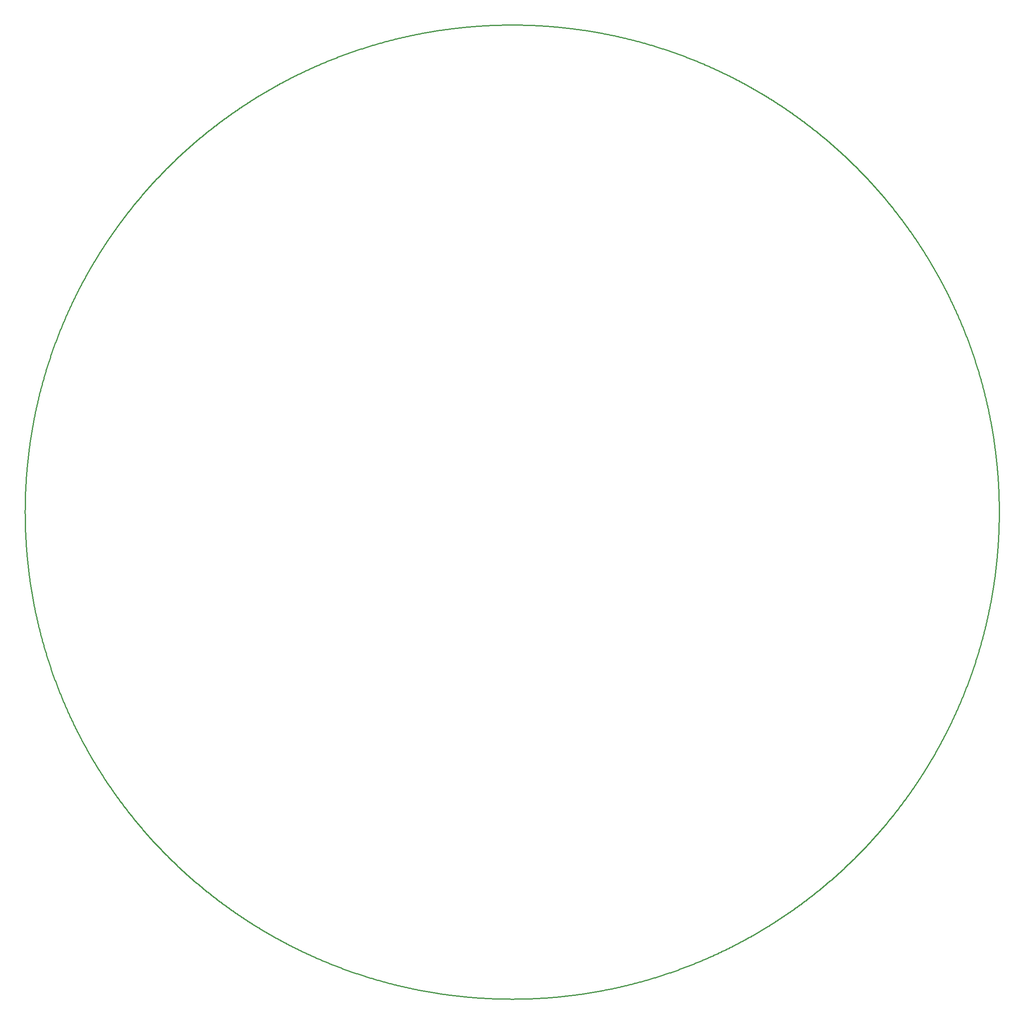
<source format=gko>
%FSLAX44Y44*%
%MOMM*%
G71*
G01*
G75*
G04 Layer_Color=16711935*
%ADD10C,0.2540*%
D10*
X2159000Y1168400D02*
X2158997Y1170939D01*
X2158987Y1173479D01*
X2158971Y1176018D01*
X2158948Y1178558D01*
X2158919Y1181097D01*
X2158884Y1183636D01*
X2158842Y1186176D01*
X2158793Y1188715D01*
X2158738Y1191254D01*
X2158677Y1193792D01*
X2158609Y1196331D01*
X2158535Y1198869D01*
X2158454Y1201407D01*
X2158367Y1203945D01*
X2158273Y1206483D01*
X2158173Y1209021D01*
X2158066Y1211558D01*
X2157953Y1214095D01*
X2157833Y1216632D01*
X2157707Y1219168D01*
X2157575Y1221704D01*
X2157436Y1224240D01*
X2157290Y1226775D01*
X2157139Y1229310D01*
X2156980Y1231845D01*
X2156815Y1234379D01*
X2156644Y1236912D01*
X2156467Y1239446D01*
X2156283Y1241979D01*
X2156092Y1244511D01*
X2155895Y1247043D01*
X2155692Y1249574D01*
X2155482Y1252105D01*
X2155265Y1254635D01*
X2155043Y1257165D01*
X2154814Y1259694D01*
X2154578Y1262222D01*
X2154336Y1264750D01*
X2154087Y1267278D01*
X2153832Y1269804D01*
X2153571Y1272330D01*
X2153303Y1274856D01*
X2153029Y1277380D01*
X2152748Y1279904D01*
X2152461Y1282428D01*
X2152168Y1284950D01*
X2151868Y1287472D01*
X2151561Y1289993D01*
X2151249Y1292513D01*
X2150929Y1295032D01*
X2150604Y1297551D01*
X2150272Y1300068D01*
X2149933Y1302585D01*
X2149589Y1305101D01*
X2149237Y1307616D01*
X2148880Y1310130D01*
X2148516Y1312644D01*
X2148145Y1315156D01*
X2147769Y1317667D01*
X2147385Y1320178D01*
X2146996Y1322687D01*
X2146600Y1325196D01*
X2146197Y1327703D01*
X2145789Y1330210D01*
X2145373Y1332715D01*
X2144952Y1335219D01*
X2144524Y1337722D01*
X2144090Y1340224D01*
X2143649Y1342725D01*
X2143202Y1345225D01*
X2142749Y1347724D01*
X2142289Y1350222D01*
X2141823Y1352718D01*
X2141351Y1355213D01*
X2140872Y1357707D01*
X2140387Y1360200D01*
X2139895Y1362691D01*
X2139397Y1365181D01*
X2138893Y1367670D01*
X2138383Y1370158D01*
X2137866Y1372644D01*
X2137343Y1375130D01*
X2136813Y1377613D01*
X2136277Y1380096D01*
X2135735Y1382576D01*
X2135187Y1385056D01*
X2134632Y1387534D01*
X2134071Y1390011D01*
X2133504Y1392486D01*
X2132930Y1394960D01*
X2132350Y1397433D01*
X2131764Y1399903D01*
X2131172Y1402373D01*
X2130573Y1404841D01*
X2129968Y1407307D01*
X2129356Y1409772D01*
X2128739Y1412235D01*
X2128115Y1414697D01*
X2127485Y1417157D01*
X2126848Y1419615D01*
X2126205Y1422072D01*
X2125556Y1424527D01*
X2124901Y1426981D01*
X2124240Y1429433D01*
X2123572Y1431883D01*
X2122898Y1434331D01*
X2122218Y1436778D01*
X2121532Y1439223D01*
X2120839Y1441666D01*
X2120140Y1444108D01*
X2119435Y1446547D01*
X2118724Y1448985D01*
X2118007Y1451421D01*
X2117283Y1453855D01*
X2116553Y1456288D01*
X2115817Y1458718D01*
X2115075Y1461147D01*
X2114327Y1463574D01*
X2113572Y1465998D01*
X2112811Y1468421D01*
X2112045Y1470842D01*
X2111272Y1473261D01*
X2110492Y1475678D01*
X2109707Y1478093D01*
X2108915Y1480506D01*
X2108118Y1482917D01*
X2107314Y1485326D01*
X2106504Y1487733D01*
X2105688Y1490138D01*
X2104866Y1492540D01*
X2104038Y1494941D01*
X2103203Y1497339D01*
X2102363Y1499736D01*
X2101516Y1502130D01*
X2100663Y1504522D01*
X2099805Y1506912D01*
X2098940Y1509300D01*
X2098069Y1511685D01*
X2097192Y1514068D01*
X2096309Y1516449D01*
X2095420Y1518828D01*
X2094525Y1521205D01*
X2093624Y1523579D01*
X2092716Y1525951D01*
X2091803Y1528320D01*
X2090884Y1530688D01*
X2089958Y1533053D01*
X2089027Y1535415D01*
X2088090Y1537775D01*
X2087146Y1540133D01*
X2086197Y1542488D01*
X2085241Y1544841D01*
X2084280Y1547192D01*
X2083313Y1549540D01*
X2082339Y1551885D01*
X2081360Y1554228D01*
X2080375Y1556569D01*
X2079384Y1558907D01*
X2078387Y1561243D01*
X2077384Y1563575D01*
X2076375Y1565906D01*
X2075359Y1568234D01*
X2074339Y1570559D01*
X2073312Y1572882D01*
X2072279Y1575202D01*
X2071241Y1577519D01*
X2070196Y1579834D01*
X2069146Y1582146D01*
X2068089Y1584455D01*
X2067027Y1586762D01*
X2065959Y1589066D01*
X2064885Y1591367D01*
X2063806Y1593666D01*
X2062720Y1595961D01*
X2061629Y1598254D01*
X2060531Y1600545D01*
X2059428Y1602832D01*
X2058319Y1605117D01*
X2057205Y1607398D01*
X2056084Y1609677D01*
X2054958Y1611953D01*
X2053826Y1614226D01*
X2052688Y1616497D01*
X2051544Y1618764D01*
X2050395Y1621028D01*
X2049239Y1623290D01*
X2048078Y1625549D01*
X2046912Y1627804D01*
X2045739Y1630057D01*
X2044561Y1632307D01*
X2043377Y1634553D01*
X2042188Y1636797D01*
X2040992Y1639037D01*
X2039791Y1641275D01*
X2038585Y1643509D01*
X2037372Y1645741D01*
X2036154Y1647969D01*
X2034930Y1650194D01*
X2033701Y1652416D01*
X2032466Y1654635D01*
X2031225Y1656851D01*
X2029979Y1659064D01*
X2028727Y1661273D01*
X2027469Y1663479D01*
X2026206Y1665682D01*
X2024937Y1667882D01*
X2023663Y1670078D01*
X2022383Y1672272D01*
X2021097Y1674462D01*
X2019806Y1676649D01*
X2018510Y1678832D01*
X2017207Y1681012D01*
X2015899Y1683189D01*
X2014586Y1685363D01*
X2013267Y1687533D01*
X2011943Y1689700D01*
X2010613Y1691863D01*
X2009277Y1694023D01*
X2007937Y1696180D01*
X2006590Y1698333D01*
X2005238Y1700482D01*
X2003881Y1702629D01*
X2002518Y1704772D01*
X2001150Y1706911D01*
X1999776Y1709047D01*
X1998397Y1711179D01*
X1997013Y1713308D01*
X1995623Y1715434D01*
X1994227Y1717555D01*
X1992827Y1719673D01*
X1991420Y1721788D01*
X1990009Y1723899D01*
X1988592Y1726007D01*
X1987170Y1728111D01*
X1985742Y1730211D01*
X1984309Y1732307D01*
X1982871Y1734400D01*
X1981427Y1736489D01*
X1979978Y1738575D01*
X1978524Y1740657D01*
X1977065Y1742735D01*
X1975600Y1744810D01*
X1974130Y1746880D01*
X1972654Y1748947D01*
X1971174Y1751010D01*
X1969688Y1753070D01*
X1968197Y1755125D01*
X1966700Y1757177D01*
X1965199Y1759225D01*
X1963692Y1761269D01*
X1962180Y1763310D01*
X1960663Y1765346D01*
X1959141Y1767379D01*
X1957613Y1769408D01*
X1956080Y1771432D01*
X1954543Y1773453D01*
X1953000Y1775470D01*
X1951452Y1777483D01*
X1949899Y1779492D01*
X1948340Y1781498D01*
X1946777Y1783499D01*
X1945208Y1785496D01*
X1943635Y1787489D01*
X1942056Y1789478D01*
X1940472Y1791464D01*
X1938884Y1793445D01*
X1937290Y1795422D01*
X1935691Y1797395D01*
X1934087Y1799364D01*
X1932478Y1801329D01*
X1930865Y1803289D01*
X1929246Y1805246D01*
X1927622Y1807198D01*
X1925993Y1809147D01*
X1924359Y1811091D01*
X1922721Y1813031D01*
X1921077Y1814967D01*
X1919429Y1816899D01*
X1917775Y1818826D01*
X1916117Y1820749D01*
X1914454Y1822668D01*
X1912786Y1824583D01*
X1911113Y1826494D01*
X1909435Y1828400D01*
X1907752Y1830302D01*
X1906065Y1832200D01*
X1904372Y1834093D01*
X1902675Y1835982D01*
X1900973Y1837867D01*
X1899266Y1839747D01*
X1897555Y1841623D01*
X1895838Y1843495D01*
X1894117Y1845362D01*
X1892392Y1847225D01*
X1890661Y1849084D01*
X1888926Y1850938D01*
X1887186Y1852788D01*
X1885441Y1854633D01*
X1883692Y1856474D01*
X1881938Y1858310D01*
X1880179Y1860142D01*
X1878416Y1861969D01*
X1876647Y1863792D01*
X1874875Y1865611D01*
X1873097Y1867424D01*
X1871315Y1869234D01*
X1869529Y1871039D01*
X1867738Y1872839D01*
X1865942Y1874635D01*
X1864142Y1876426D01*
X1862337Y1878212D01*
X1860528Y1879994D01*
X1858714Y1881772D01*
X1856896Y1883544D01*
X1855073Y1885312D01*
X1853245Y1887076D01*
X1851413Y1888834D01*
X1849577Y1890589D01*
X1847736Y1892338D01*
X1845891Y1894083D01*
X1844041Y1895823D01*
X1842187Y1897558D01*
X1840329Y1899288D01*
X1838466Y1901014D01*
X1836598Y1902735D01*
X1834727Y1904452D01*
X1832851Y1906163D01*
X1830970Y1907870D01*
X1829086Y1909572D01*
X1827196Y1911269D01*
X1825303Y1912961D01*
X1823405Y1914649D01*
X1821503Y1916332D01*
X1819597Y1918009D01*
X1817687Y1919682D01*
X1815772Y1921351D01*
X1813853Y1923014D01*
X1811929Y1924672D01*
X1810002Y1926326D01*
X1808070Y1927974D01*
X1806135Y1929618D01*
X1804194Y1931257D01*
X1802250Y1932890D01*
X1800302Y1934519D01*
X1798349Y1936143D01*
X1796393Y1937762D01*
X1794432Y1939375D01*
X1792467Y1940984D01*
X1790498Y1942588D01*
X1788525Y1944187D01*
X1786548Y1945781D01*
X1784567Y1947370D01*
X1782582Y1948953D01*
X1780593Y1950532D01*
X1778600Y1952106D01*
X1776602Y1953674D01*
X1774601Y1955237D01*
X1772596Y1956796D01*
X1770587Y1958349D01*
X1768574Y1959897D01*
X1766557Y1961440D01*
X1764536Y1962978D01*
X1762511Y1964510D01*
X1760482Y1966038D01*
X1758450Y1967560D01*
X1756413Y1969077D01*
X1754373Y1970589D01*
X1752329Y1972096D01*
X1750281Y1973598D01*
X1748229Y1975094D01*
X1746174Y1976585D01*
X1744114Y1978071D01*
X1742051Y1979552D01*
X1739984Y1981027D01*
X1737913Y1982497D01*
X1735839Y1983962D01*
X1733761Y1985421D01*
X1731679Y1986876D01*
X1729593Y1988325D01*
X1727504Y1989768D01*
X1725411Y1991207D01*
X1723315Y1992639D01*
X1721214Y1994067D01*
X1719111Y1995489D01*
X1717003Y1996906D01*
X1714892Y1998318D01*
X1712777Y1999724D01*
X1710659Y2001125D01*
X1708537Y2002520D01*
X1706412Y2003910D01*
X1704283Y2005295D01*
X1702151Y2006674D01*
X1700015Y2008047D01*
X1697876Y2009416D01*
X1695733Y2010779D01*
X1693586Y2012136D01*
X1691437Y2013488D01*
X1689283Y2014834D01*
X1687127Y2016175D01*
X1684967Y2017511D01*
X1682803Y2018840D01*
X1680637Y2020165D01*
X1678467Y2021484D01*
X1676293Y2022797D01*
X1674116Y2024105D01*
X1671936Y2025407D01*
X1669753Y2026704D01*
X1667566Y2027995D01*
X1665376Y2029281D01*
X1663183Y2030561D01*
X1660986Y2031835D01*
X1658786Y2033104D01*
X1656583Y2034367D01*
X1654377Y2035625D01*
X1652168Y2036877D01*
X1649955Y2038123D01*
X1647739Y2039364D01*
X1645520Y2040599D01*
X1643298Y2041828D01*
X1641073Y2043052D01*
X1638845Y2044270D01*
X1636613Y2045482D01*
X1634379Y2046689D01*
X1632141Y2047890D01*
X1629901Y2049086D01*
X1627657Y2050275D01*
X1625411Y2051459D01*
X1623161Y2052637D01*
X1620908Y2053810D01*
X1618653Y2054976D01*
X1616394Y2056137D01*
X1614133Y2057292D01*
X1611868Y2058442D01*
X1609601Y2059586D01*
X1607331Y2060724D01*
X1605057Y2061856D01*
X1602781Y2062982D01*
X1600502Y2064103D01*
X1598221Y2065217D01*
X1595936Y2066326D01*
X1593649Y2067429D01*
X1591359Y2068527D01*
X1589066Y2069618D01*
X1586770Y2070704D01*
X1584471Y2071783D01*
X1582170Y2072857D01*
X1579866Y2073925D01*
X1577559Y2074987D01*
X1575250Y2076044D01*
X1572938Y2077094D01*
X1570623Y2078139D01*
X1568306Y2079177D01*
X1565986Y2080210D01*
X1563663Y2081237D01*
X1561338Y2082258D01*
X1559010Y2083273D01*
X1556680Y2084282D01*
X1554347Y2085285D01*
X1552011Y2086282D01*
X1549673Y2087273D01*
X1547333Y2088258D01*
X1544989Y2089238D01*
X1542644Y2090211D01*
X1540296Y2091178D01*
X1537946Y2092140D01*
X1535593Y2093095D01*
X1533237Y2094044D01*
X1530880Y2094988D01*
X1528519Y2095925D01*
X1526157Y2096857D01*
X1523792Y2097782D01*
X1521425Y2098701D01*
X1519055Y2099615D01*
X1516683Y2100522D01*
X1514309Y2101423D01*
X1511933Y2102318D01*
X1509554Y2103207D01*
X1507173Y2104090D01*
X1504789Y2104967D01*
X1502404Y2105838D01*
X1500016Y2106703D01*
X1497626Y2107562D01*
X1495235Y2108415D01*
X1492840Y2109261D01*
X1490444Y2110102D01*
X1488045Y2110936D01*
X1485645Y2111764D01*
X1483242Y2112587D01*
X1480837Y2113403D01*
X1478430Y2114212D01*
X1476022Y2115016D01*
X1473611Y2115814D01*
X1471198Y2116606D01*
X1468783Y2117391D01*
X1466366Y2118170D01*
X1463947Y2118943D01*
X1461526Y2119710D01*
X1459103Y2120471D01*
X1456678Y2121225D01*
X1454251Y2121974D01*
X1451823Y2122716D01*
X1449392Y2123452D01*
X1446960Y2124182D01*
X1444526Y2124906D01*
X1442090Y2125623D01*
X1439652Y2126334D01*
X1437212Y2127039D01*
X1434771Y2127738D01*
X1432328Y2128431D01*
X1429883Y2129117D01*
X1427436Y2129797D01*
X1424987Y2130471D01*
X1422537Y2131139D01*
X1420085Y2131800D01*
X1417632Y2132455D01*
X1415177Y2133104D01*
X1412720Y2133747D01*
X1410262Y2134383D01*
X1407802Y2135014D01*
X1405340Y2135638D01*
X1402877Y2136255D01*
X1400412Y2136866D01*
X1397946Y2137472D01*
X1395478Y2138070D01*
X1393008Y2138663D01*
X1390537Y2139249D01*
X1388065Y2139829D01*
X1385591Y2140403D01*
X1383116Y2140970D01*
X1380639Y2141531D01*
X1378161Y2142086D01*
X1375681Y2142634D01*
X1373200Y2143177D01*
X1370718Y2143712D01*
X1368234Y2144242D01*
X1365749Y2144765D01*
X1363263Y2145282D01*
X1360775Y2145792D01*
X1358286Y2146296D01*
X1355796Y2146794D01*
X1353305Y2147286D01*
X1350812Y2147771D01*
X1348318Y2148250D01*
X1345823Y2148722D01*
X1343327Y2149188D01*
X1340829Y2149648D01*
X1338331Y2150101D01*
X1335831Y2150548D01*
X1333330Y2150989D01*
X1330828Y2151423D01*
X1328324Y2151851D01*
X1325820Y2152272D01*
X1323315Y2152688D01*
X1320809Y2153096D01*
X1318301Y2153499D01*
X1315793Y2153895D01*
X1313283Y2154284D01*
X1310773Y2154668D01*
X1308262Y2155045D01*
X1305749Y2155415D01*
X1303236Y2155779D01*
X1300722Y2156137D01*
X1298207Y2156488D01*
X1295691Y2156833D01*
X1293174Y2157171D01*
X1290656Y2157503D01*
X1288138Y2157829D01*
X1285618Y2158148D01*
X1283098Y2158461D01*
X1280577Y2158767D01*
X1278055Y2159067D01*
X1275533Y2159361D01*
X1273010Y2159648D01*
X1270486Y2159928D01*
X1267961Y2160202D01*
X1265436Y2160470D01*
X1262910Y2160732D01*
X1260383Y2160987D01*
X1257856Y2161235D01*
X1255328Y2161477D01*
X1252800Y2161713D01*
X1250270Y2161942D01*
X1247741Y2162165D01*
X1245210Y2162381D01*
X1242680Y2162591D01*
X1240148Y2162795D01*
X1237617Y2162992D01*
X1235084Y2163182D01*
X1232551Y2163366D01*
X1230018Y2163544D01*
X1227485Y2163715D01*
X1224950Y2163880D01*
X1222416Y2164038D01*
X1219881Y2164190D01*
X1217346Y2164335D01*
X1214810Y2164474D01*
X1212274Y2164607D01*
X1209737Y2164733D01*
X1207201Y2164853D01*
X1204664Y2164966D01*
X1202127Y2165072D01*
X1199589Y2165172D01*
X1197051Y2165266D01*
X1194513Y2165354D01*
X1191975Y2165434D01*
X1189437Y2165509D01*
X1186898Y2165577D01*
X1184360Y2165638D01*
X1181821Y2165693D01*
X1179281Y2165741D01*
X1176742Y2165784D01*
X1174203Y2165819D01*
X1171664Y2165848D01*
X1169125Y2165871D01*
X1166585Y2165887D01*
X1164046Y2165897D01*
X1161506Y2165900D01*
X1158967Y2165897D01*
X1156427Y2165887D01*
X1153888Y2165871D01*
X1151348Y2165848D01*
X1148809Y2165819D01*
X1146270Y2165784D01*
X1143731Y2165742D01*
X1141192Y2165693D01*
X1138653Y2165638D01*
X1136114Y2165577D01*
X1133575Y2165509D01*
X1131037Y2165435D01*
X1128499Y2165354D01*
X1125961Y2165267D01*
X1123423Y2165173D01*
X1120886Y2165073D01*
X1118348Y2164966D01*
X1115811Y2164853D01*
X1113275Y2164734D01*
X1110738Y2164608D01*
X1108202Y2164475D01*
X1105667Y2164336D01*
X1103131Y2164191D01*
X1100596Y2164039D01*
X1098062Y2163881D01*
X1095528Y2163716D01*
X1092994Y2163545D01*
X1090461Y2163367D01*
X1087928Y2163183D01*
X1085396Y2162993D01*
X1082864Y2162796D01*
X1080332Y2162592D01*
X1077802Y2162382D01*
X1075271Y2162166D01*
X1072742Y2161943D01*
X1070213Y2161714D01*
X1067684Y2161478D01*
X1065156Y2161236D01*
X1062629Y2160988D01*
X1060102Y2160733D01*
X1057576Y2160472D01*
X1055051Y2160204D01*
X1052526Y2159930D01*
X1050002Y2159649D01*
X1047479Y2159362D01*
X1044957Y2159068D01*
X1042435Y2158768D01*
X1039914Y2158462D01*
X1037394Y2158149D01*
X1034874Y2157830D01*
X1032356Y2157505D01*
X1029838Y2157173D01*
X1027321Y2156834D01*
X1024805Y2156490D01*
X1022290Y2156138D01*
X1019776Y2155781D01*
X1017263Y2155417D01*
X1014751Y2155046D01*
X1012239Y2154669D01*
X1009729Y2154286D01*
X1007219Y2153897D01*
X1004711Y2153501D01*
X1002204Y2153098D01*
X999697Y2152690D01*
X997192Y2152274D01*
X994688Y2151853D01*
X992184Y2151425D01*
X989682Y2150991D01*
X987181Y2150550D01*
X984681Y2150103D01*
X982183Y2149650D01*
X979685Y2149190D01*
X977189Y2148724D01*
X974694Y2148252D01*
X972200Y2147773D01*
X969707Y2147288D01*
X967216Y2146797D01*
X964725Y2146299D01*
X962236Y2145795D01*
X959749Y2145284D01*
X957262Y2144767D01*
X954778Y2144244D01*
X952294Y2143715D01*
X949811Y2143179D01*
X947330Y2142637D01*
X944851Y2142089D01*
X942373Y2141534D01*
X939896Y2140973D01*
X937421Y2140405D01*
X934947Y2139832D01*
X932475Y2139252D01*
X930004Y2138666D01*
X927534Y2138073D01*
X925066Y2137475D01*
X922600Y2136869D01*
X920135Y2136258D01*
X917672Y2135641D01*
X915210Y2135017D01*
X912750Y2134386D01*
X910292Y2133750D01*
X907835Y2133107D01*
X905380Y2132458D01*
X902926Y2131803D01*
X900474Y2131142D01*
X898024Y2130474D01*
X895576Y2129800D01*
X893129Y2129120D01*
X890684Y2128434D01*
X888241Y2127741D01*
X885799Y2127043D01*
X883360Y2126338D01*
X880922Y2125626D01*
X878486Y2124909D01*
X876052Y2124185D01*
X873619Y2123456D01*
X871189Y2122720D01*
X868760Y2121977D01*
X866334Y2121229D01*
X863909Y2120474D01*
X861486Y2119714D01*
X859065Y2118947D01*
X856646Y2118174D01*
X854229Y2117395D01*
X851814Y2116609D01*
X849401Y2115818D01*
X846990Y2115020D01*
X844581Y2114216D01*
X842174Y2113407D01*
X839769Y2112590D01*
X837367Y2111768D01*
X834966Y2110940D01*
X832568Y2110106D01*
X830171Y2109265D01*
X827777Y2108419D01*
X825385Y2107566D01*
X822995Y2106707D01*
X820607Y2105842D01*
X818222Y2104972D01*
X815839Y2104095D01*
X813458Y2103212D01*
X811079Y2102323D01*
X808702Y2101427D01*
X806328Y2100526D01*
X803956Y2099619D01*
X801587Y2098706D01*
X799220Y2097786D01*
X796854Y2096861D01*
X794492Y2095930D01*
X792132Y2094992D01*
X789774Y2094049D01*
X787419Y2093100D01*
X785066Y2092144D01*
X782715Y2091183D01*
X780367Y2090216D01*
X778022Y2089242D01*
X775679Y2088263D01*
X773338Y2087278D01*
X771000Y2086287D01*
X768664Y2085290D01*
X766331Y2084286D01*
X764001Y2083277D01*
X761673Y2082263D01*
X759348Y2081242D01*
X757025Y2080215D01*
X754705Y2079182D01*
X752388Y2078144D01*
X750073Y2077099D01*
X747761Y2076049D01*
X745452Y2074993D01*
X743145Y2073930D01*
X740841Y2072862D01*
X738540Y2071788D01*
X736241Y2070709D01*
X733945Y2069623D01*
X731652Y2068532D01*
X729362Y2067435D01*
X727075Y2066332D01*
X724790Y2065223D01*
X722508Y2064108D01*
X720230Y2062987D01*
X717953Y2061861D01*
X715680Y2060729D01*
X713410Y2059591D01*
X711143Y2058448D01*
X708878Y2057298D01*
X706617Y2056143D01*
X704358Y2054982D01*
X702103Y2053815D01*
X699850Y2052643D01*
X697600Y2051465D01*
X695353Y2050281D01*
X693110Y2049091D01*
X690869Y2047896D01*
X688632Y2046695D01*
X686397Y2045488D01*
X684166Y2044276D01*
X681938Y2043058D01*
X679713Y2041834D01*
X677490Y2040605D01*
X675271Y2039370D01*
X673056Y2038129D01*
X670843Y2036883D01*
X668634Y2035631D01*
X666427Y2034373D01*
X664224Y2033110D01*
X662025Y2031841D01*
X659828Y2030567D01*
X657635Y2029287D01*
X655445Y2028001D01*
X653258Y2026710D01*
X651074Y2025413D01*
X648894Y2024111D01*
X646717Y2022803D01*
X644544Y2021490D01*
X642374Y2020171D01*
X640207Y2018847D01*
X638044Y2017517D01*
X635883Y2016181D01*
X633727Y2014841D01*
X631574Y2013494D01*
X629424Y2012142D01*
X627277Y2010785D01*
X625135Y2009422D01*
X622995Y2008054D01*
X620859Y2006680D01*
X618727Y2005301D01*
X616598Y2003917D01*
X614473Y2002527D01*
X612351Y2001131D01*
X610233Y1999731D01*
X608118Y1998325D01*
X606007Y1996913D01*
X603900Y1995496D01*
X601796Y1994074D01*
X599696Y1992646D01*
X597599Y1991213D01*
X595506Y1989775D01*
X593417Y1988332D01*
X591331Y1986883D01*
X589249Y1985428D01*
X587171Y1983969D01*
X585097Y1982504D01*
X583026Y1981034D01*
X580959Y1979559D01*
X578896Y1978078D01*
X576836Y1976592D01*
X574781Y1975101D01*
X572729Y1973605D01*
X570681Y1972103D01*
X568637Y1970597D01*
X566596Y1969085D01*
X564560Y1967567D01*
X562527Y1966045D01*
X560499Y1964518D01*
X558474Y1962985D01*
X556453Y1961447D01*
X554436Y1959904D01*
X552423Y1958356D01*
X550414Y1956803D01*
X548408Y1955245D01*
X546407Y1953681D01*
X544410Y1952113D01*
X542416Y1950539D01*
X540427Y1948961D01*
X538442Y1947377D01*
X536461Y1945788D01*
X534483Y1944194D01*
X532510Y1942595D01*
X530541Y1940991D01*
X528576Y1939382D01*
X526615Y1937769D01*
X524659Y1936150D01*
X522706Y1934526D01*
X520758Y1932897D01*
X518813Y1931263D01*
X516873Y1929624D01*
X514937Y1927981D01*
X513005Y1926332D01*
X511078Y1924678D01*
X509154Y1923020D01*
X507235Y1921357D01*
X505320Y1919689D01*
X503410Y1918016D01*
X501503Y1916338D01*
X499601Y1914655D01*
X497704Y1912967D01*
X495810Y1911275D01*
X493921Y1909578D01*
X492036Y1907876D01*
X490155Y1906169D01*
X488279Y1904457D01*
X486407Y1902741D01*
X484540Y1901020D01*
X482677Y1899294D01*
X480818Y1897563D01*
X478964Y1895828D01*
X477114Y1894088D01*
X475269Y1892343D01*
X473428Y1890593D01*
X471592Y1888839D01*
X469760Y1887080D01*
X467932Y1885317D01*
X466109Y1883549D01*
X464291Y1881776D01*
X462477Y1879999D01*
X460667Y1878217D01*
X458862Y1876430D01*
X457062Y1874639D01*
X455266Y1872843D01*
X453475Y1871043D01*
X451688Y1869238D01*
X449906Y1867428D01*
X448129Y1865614D01*
X446356Y1863796D01*
X444588Y1861973D01*
X442824Y1860145D01*
X441066Y1858313D01*
X439311Y1856477D01*
X437562Y1854636D01*
X435817Y1852791D01*
X434077Y1850941D01*
X432342Y1849087D01*
X430611Y1847228D01*
X428885Y1845365D01*
X427164Y1843498D01*
X425448Y1841626D01*
X423736Y1839750D01*
X422029Y1837869D01*
X420327Y1835984D01*
X418630Y1834095D01*
X416937Y1832202D01*
X415250Y1830304D01*
X413567Y1828402D01*
X411889Y1826495D01*
X410216Y1824585D01*
X408548Y1822670D01*
X406884Y1820751D01*
X405226Y1818828D01*
X403572Y1816900D01*
X401924Y1814968D01*
X400280Y1813032D01*
X398641Y1811092D01*
X397008Y1809148D01*
X395379Y1807199D01*
X393755Y1805247D01*
X392136Y1803290D01*
X390522Y1801329D01*
X388913Y1799364D01*
X387309Y1797395D01*
X385710Y1795422D01*
X384116Y1793445D01*
X382528Y1791464D01*
X380944Y1789478D01*
X379365Y1787489D01*
X377791Y1785496D01*
X376223Y1783498D01*
X374659Y1781497D01*
X373101Y1779492D01*
X371548Y1777483D01*
X370000Y1775469D01*
X368456Y1773452D01*
X366919Y1771431D01*
X365386Y1769406D01*
X363858Y1767377D01*
X362336Y1765345D01*
X360819Y1763308D01*
X359307Y1761268D01*
X357800Y1759223D01*
X356298Y1757175D01*
X354802Y1755123D01*
X353311Y1753068D01*
X351825Y1751008D01*
X350344Y1748945D01*
X348869Y1746878D01*
X347398Y1744807D01*
X345934Y1742732D01*
X344474Y1740654D01*
X343020Y1738572D01*
X341571Y1736487D01*
X340127Y1734397D01*
X338689Y1732304D01*
X337256Y1730207D01*
X335828Y1728107D01*
X334406Y1726003D01*
X332989Y1723896D01*
X331577Y1721784D01*
X330171Y1719670D01*
X328770Y1717551D01*
X327375Y1715429D01*
X325985Y1713304D01*
X324600Y1711175D01*
X323221Y1709043D01*
X321847Y1706906D01*
X320479Y1704767D01*
X319116Y1702624D01*
X317759Y1700478D01*
X316407Y1698328D01*
X315060Y1696174D01*
X313719Y1694018D01*
X312384Y1691858D01*
X311054Y1689694D01*
X309729Y1687527D01*
X308410Y1685357D01*
X307097Y1683183D01*
X305789Y1681006D01*
X304487Y1678826D01*
X303190Y1676642D01*
X301899Y1674456D01*
X300613Y1672265D01*
X299333Y1670072D01*
X298059Y1667875D01*
X296790Y1665675D01*
X295527Y1663472D01*
X294269Y1661266D01*
X293017Y1659056D01*
X291771Y1656844D01*
X290530Y1654628D01*
X289295Y1652409D01*
X288065Y1650186D01*
X286842Y1647961D01*
X285623Y1645733D01*
X284411Y1643501D01*
X283204Y1641266D01*
X282003Y1639029D01*
X280808Y1636788D01*
X279618Y1634545D01*
X278434Y1632298D01*
X277256Y1630048D01*
X276084Y1627795D01*
X274917Y1625539D01*
X273756Y1623281D01*
X272600Y1621019D01*
X271451Y1618754D01*
X270307Y1616487D01*
X269169Y1614217D01*
X268037Y1611943D01*
X266911Y1609667D01*
X265790Y1607388D01*
X264676Y1605106D01*
X263567Y1602822D01*
X262463Y1600534D01*
X261366Y1598244D01*
X260275Y1595950D01*
X259189Y1593655D01*
X258109Y1591356D01*
X257036Y1589055D01*
X255968Y1586750D01*
X254905Y1584444D01*
X253849Y1582134D01*
X252799Y1579822D01*
X251754Y1577507D01*
X250715Y1575190D01*
X249683Y1572869D01*
X248656Y1570547D01*
X247635Y1568221D01*
X246620Y1565893D01*
X245611Y1563563D01*
X244608Y1561230D01*
X243611Y1558894D01*
X242619Y1556556D01*
X241634Y1554215D01*
X240655Y1551872D01*
X239682Y1549526D01*
X238714Y1547178D01*
X237753Y1544827D01*
X236798Y1542474D01*
X235848Y1540119D01*
X234905Y1537761D01*
X233967Y1535401D01*
X233036Y1533038D01*
X232111Y1530673D01*
X231191Y1528306D01*
X230278Y1525936D01*
X229371Y1523564D01*
X228470Y1521189D01*
X227574Y1518813D01*
X226685Y1516434D01*
X225802Y1514053D01*
X224925Y1511669D01*
X224054Y1509284D01*
X223189Y1506896D01*
X222331Y1504506D01*
X221478Y1502114D01*
X220631Y1499719D01*
X219791Y1497323D01*
X218957Y1494924D01*
X218128Y1492523D01*
X217306Y1490121D01*
X216490Y1487716D01*
X215680Y1485309D01*
X214876Y1482900D01*
X214079Y1480488D01*
X213287Y1478075D01*
X212502Y1475660D01*
X211723Y1473243D01*
X210950Y1470824D01*
X210183Y1468403D01*
X209422Y1465980D01*
X208668Y1463555D01*
X207919Y1461128D01*
X207177Y1458699D01*
X206441Y1456269D01*
X205711Y1453836D01*
X204988Y1451402D01*
X204270Y1448966D01*
X203559Y1446528D01*
X202854Y1444088D01*
X202155Y1441646D01*
X201462Y1439203D01*
X200776Y1436758D01*
X200096Y1434311D01*
X199422Y1431862D01*
X198755Y1429412D01*
X198093Y1426960D01*
X197438Y1424507D01*
X196789Y1422051D01*
X196146Y1419594D01*
X195510Y1417136D01*
X194880Y1414675D01*
X194256Y1412214D01*
X193638Y1409750D01*
X193027Y1407285D01*
X192422Y1404819D01*
X191823Y1402351D01*
X191231Y1399881D01*
X190644Y1397410D01*
X190065Y1394938D01*
X189491Y1392464D01*
X188924Y1389988D01*
X188363Y1387511D01*
X187808Y1385033D01*
X187260Y1382554D01*
X186717Y1380072D01*
X186182Y1377590D01*
X185652Y1375106D01*
X185129Y1372621D01*
X184612Y1370134D01*
X184102Y1367647D01*
X183598Y1365158D01*
X183100Y1362667D01*
X182609Y1360176D01*
X182124Y1357683D01*
X181645Y1355189D01*
X181172Y1352693D01*
X180706Y1350197D01*
X180247Y1347699D01*
X179793Y1345200D01*
X179346Y1342700D01*
X178906Y1340199D01*
X178472Y1337697D01*
X178044Y1335194D01*
X177622Y1332689D01*
X177207Y1330184D01*
X176798Y1327677D01*
X176396Y1325170D01*
X176000Y1322661D01*
X175611Y1320152D01*
X175228Y1317641D01*
X174851Y1315130D01*
X174480Y1312617D01*
X174116Y1310104D01*
X173759Y1307590D01*
X173408Y1305074D01*
X173063Y1302558D01*
X172724Y1300041D01*
X172393Y1297523D01*
X172067Y1295005D01*
X171748Y1292485D01*
X171435Y1289965D01*
X171129Y1287444D01*
X170829Y1284922D01*
X170536Y1282399D01*
X170249Y1279876D01*
X169968Y1277352D01*
X169694Y1274827D01*
X169426Y1272302D01*
X169165Y1269776D01*
X168910Y1267249D01*
X168661Y1264721D01*
X168419Y1262193D01*
X168184Y1259665D01*
X167955Y1257135D01*
X167732Y1254606D01*
X167516Y1252075D01*
X167306Y1249544D01*
X167103Y1247013D01*
X166906Y1244481D01*
X166715Y1241948D01*
X166531Y1239415D01*
X166353Y1236882D01*
X166182Y1234348D01*
X166018Y1231814D01*
X165860Y1229279D01*
X165708Y1226744D01*
X165562Y1224209D01*
X165424Y1221673D01*
X165291Y1219137D01*
X165165Y1216600D01*
X165046Y1214063D01*
X164933Y1211526D01*
X164826Y1208989D01*
X164726Y1206451D01*
X164632Y1203913D01*
X164545Y1201375D01*
X164464Y1198837D01*
X164390Y1196298D01*
X164322Y1193760D01*
X164261Y1191221D01*
X164206Y1188682D01*
X164158Y1186143D01*
X164116Y1183603D01*
X164080Y1181064D01*
X164051Y1178525D01*
X164029Y1175985D01*
X164013Y1173446D01*
X164003Y1170906D01*
X164000Y1168366D01*
X164003Y1165827D01*
X164013Y1163287D01*
X164029Y1160748D01*
X164052Y1158208D01*
X164081Y1155668D01*
X164117Y1153129D01*
X164159Y1150590D01*
X164208Y1148051D01*
X164263Y1145512D01*
X164324Y1142973D01*
X164392Y1140434D01*
X164466Y1137896D01*
X164547Y1135357D01*
X164635Y1132819D01*
X164729Y1130281D01*
X164829Y1127744D01*
X164936Y1125206D01*
X165049Y1122669D01*
X165168Y1120132D01*
X165295Y1117596D01*
X165427Y1115060D01*
X165566Y1112524D01*
X165712Y1109988D01*
X165864Y1107453D01*
X166022Y1104919D01*
X166187Y1102384D01*
X166358Y1099851D01*
X166536Y1097317D01*
X166720Y1094784D01*
X166911Y1092252D01*
X167108Y1089720D01*
X167311Y1087188D01*
X167521Y1084658D01*
X167738Y1082127D01*
X167961Y1079597D01*
X168190Y1077068D01*
X168426Y1074539D01*
X168668Y1072011D01*
X168916Y1069484D01*
X169172Y1066957D01*
X169433Y1064431D01*
X169701Y1061906D01*
X169975Y1059381D01*
X170256Y1056857D01*
X170543Y1054334D01*
X170837Y1051811D01*
X171137Y1049289D01*
X171443Y1046768D01*
X171756Y1044248D01*
X172076Y1041728D01*
X172401Y1039210D01*
X172733Y1036692D01*
X173072Y1034175D01*
X173417Y1031659D01*
X173768Y1029144D01*
X174126Y1026629D01*
X174490Y1024116D01*
X174861Y1021604D01*
X175238Y1019092D01*
X175621Y1016582D01*
X176011Y1014072D01*
X176407Y1011563D01*
X176809Y1009056D01*
X177218Y1006550D01*
X177633Y1004044D01*
X178055Y1001540D01*
X178483Y999036D01*
X178918Y996534D01*
X179358Y994033D01*
X179805Y991533D01*
X180259Y989034D01*
X180719Y986537D01*
X181185Y984040D01*
X181657Y981545D01*
X182136Y979051D01*
X182622Y976558D01*
X183113Y974067D01*
X183611Y971576D01*
X184115Y969087D01*
X184626Y966599D01*
X185143Y964113D01*
X185666Y961628D01*
X186196Y959144D01*
X186732Y956662D01*
X187274Y954181D01*
X187822Y951701D01*
X188377Y949223D01*
X188939Y946746D01*
X189506Y944270D01*
X190080Y941796D01*
X190660Y939324D01*
X191246Y936853D01*
X191839Y934383D01*
X192438Y931916D01*
X193043Y929449D01*
X193655Y926984D01*
X194272Y924521D01*
X194896Y922059D01*
X195527Y919599D01*
X196163Y917140D01*
X196806Y914684D01*
X197455Y912228D01*
X198111Y909775D01*
X198772Y907323D01*
X199440Y904873D01*
X200114Y902424D01*
X200794Y899977D01*
X201481Y897532D01*
X202174Y895089D01*
X202873Y892647D01*
X203578Y890207D01*
X204289Y887769D01*
X205007Y885333D01*
X205730Y882899D01*
X206460Y880467D01*
X207197Y878036D01*
X207939Y875607D01*
X208687Y873180D01*
X209442Y870756D01*
X210203Y868333D01*
X210970Y865912D01*
X211743Y863493D01*
X212523Y861076D01*
X213308Y858661D01*
X214100Y856247D01*
X214898Y853836D01*
X215702Y851427D01*
X216512Y849020D01*
X217328Y846616D01*
X218150Y844213D01*
X218979Y841812D01*
X219813Y839414D01*
X220654Y837017D01*
X221500Y834623D01*
X222353Y832231D01*
X223212Y829841D01*
X224077Y827453D01*
X224948Y825067D01*
X225826Y822684D01*
X226709Y820303D01*
X227598Y817924D01*
X228493Y815547D01*
X229395Y813173D01*
X230302Y810801D01*
X231216Y808432D01*
X232135Y806064D01*
X233061Y803699D01*
X233992Y801337D01*
X234930Y798977D01*
X235873Y796619D01*
X236823Y794263D01*
X237778Y791910D01*
X238740Y789560D01*
X239707Y787212D01*
X240681Y784866D01*
X241660Y782523D01*
X242646Y780182D01*
X243637Y777844D01*
X244634Y775508D01*
X245638Y773175D01*
X246647Y770845D01*
X247662Y768517D01*
X248683Y766192D01*
X249710Y763869D01*
X250743Y761549D01*
X251782Y759231D01*
X252826Y756917D01*
X253877Y754604D01*
X254933Y752295D01*
X255996Y749988D01*
X257064Y747684D01*
X258138Y745383D01*
X259218Y743084D01*
X260304Y740789D01*
X261395Y738495D01*
X262493Y736205D01*
X263596Y733918D01*
X264705Y731633D01*
X265820Y729351D01*
X266941Y727072D01*
X268067Y724796D01*
X269200Y722523D01*
X270338Y720253D01*
X271481Y717985D01*
X272631Y715721D01*
X273787Y713459D01*
X274948Y711201D01*
X276115Y708945D01*
X277287Y706692D01*
X278466Y704443D01*
X279650Y702196D01*
X280840Y699952D01*
X282035Y697712D01*
X283236Y695474D01*
X284443Y693240D01*
X285656Y691008D01*
X286874Y688780D01*
X288098Y686554D01*
X289328Y684332D01*
X290563Y682113D01*
X291804Y679898D01*
X293050Y677685D01*
X294302Y675476D01*
X295560Y673269D01*
X296824Y671066D01*
X298092Y668866D01*
X299367Y666670D01*
X300647Y664476D01*
X301933Y662286D01*
X303224Y660100D01*
X304521Y657916D01*
X305824Y655736D01*
X307132Y653559D01*
X308445Y651385D01*
X309764Y649215D01*
X311089Y647048D01*
X312419Y644885D01*
X313755Y642725D01*
X315096Y640568D01*
X316442Y638415D01*
X317794Y636265D01*
X319152Y634119D01*
X320515Y631976D01*
X321884Y629837D01*
X323257Y627701D01*
X324637Y625568D01*
X326021Y623440D01*
X327412Y621314D01*
X328807Y619192D01*
X330208Y617074D01*
X331614Y614959D01*
X333026Y612848D01*
X334443Y610741D01*
X335866Y608637D01*
X337294Y606537D01*
X338727Y604440D01*
X340165Y602347D01*
X341609Y600258D01*
X343058Y598172D01*
X344513Y596091D01*
X345972Y594012D01*
X347438Y591938D01*
X348908Y589867D01*
X350383Y587800D01*
X351864Y585737D01*
X353350Y583678D01*
X354841Y581622D01*
X356338Y579570D01*
X357840Y577522D01*
X359347Y575478D01*
X360859Y573438D01*
X362376Y571401D01*
X363899Y569369D01*
X365426Y567340D01*
X366959Y565315D01*
X368497Y563294D01*
X370041Y561277D01*
X371589Y559264D01*
X373142Y557255D01*
X374701Y555250D01*
X376264Y553248D01*
X377833Y551251D01*
X379407Y549258D01*
X380986Y547269D01*
X382570Y545284D01*
X384159Y543303D01*
X385753Y541325D01*
X387352Y539352D01*
X388956Y537384D01*
X390565Y535419D01*
X392179Y533458D01*
X393798Y531501D01*
X395422Y529549D01*
X397051Y527601D01*
X398685Y525656D01*
X400324Y523716D01*
X401968Y521781D01*
X403616Y519849D01*
X405270Y517921D01*
X406928Y515998D01*
X408592Y514079D01*
X410260Y512164D01*
X411934Y510254D01*
X413611Y508348D01*
X415294Y506446D01*
X416982Y504548D01*
X418675Y502655D01*
X420372Y500765D01*
X422074Y498881D01*
X423781Y497000D01*
X425493Y495124D01*
X427210Y493253D01*
X428931Y491385D01*
X430657Y489523D01*
X432388Y487664D01*
X434123Y485810D01*
X435863Y483960D01*
X437608Y482115D01*
X439358Y480274D01*
X441112Y478438D01*
X442871Y476606D01*
X444635Y474779D01*
X446403Y472956D01*
X448176Y471137D01*
X449953Y469324D01*
X451736Y467514D01*
X453522Y465709D01*
X455314Y463909D01*
X457110Y462114D01*
X458910Y460322D01*
X460715Y458536D01*
X462525Y456754D01*
X464339Y454977D01*
X466157Y453204D01*
X467981Y451436D01*
X469808Y449673D01*
X471640Y447914D01*
X473477Y446160D01*
X475318Y444411D01*
X477163Y442666D01*
X479013Y440926D01*
X480868Y439191D01*
X482726Y437460D01*
X484590Y435735D01*
X486457Y434014D01*
X488329Y432297D01*
X490205Y430586D01*
X492086Y428879D01*
X493971Y427177D01*
X495860Y425480D01*
X497754Y423788D01*
X499652Y422100D01*
X501554Y420418D01*
X503461Y418740D01*
X505371Y417067D01*
X507286Y415399D01*
X509206Y413736D01*
X511129Y412077D01*
X513057Y410424D01*
X514989Y408776D01*
X516925Y407132D01*
X518865Y405494D01*
X520809Y403860D01*
X522758Y402231D01*
X524711Y400607D01*
X526668Y398989D01*
X528628Y397375D01*
X530593Y395766D01*
X532563Y394162D01*
X534536Y392564D01*
X536513Y390970D01*
X538494Y389381D01*
X540480Y387798D01*
X542469Y386219D01*
X544463Y384645D01*
X546460Y383077D01*
X548462Y381514D01*
X550467Y379955D01*
X552476Y378402D01*
X554490Y376854D01*
X556507Y375311D01*
X558528Y373774D01*
X560553Y372241D01*
X562582Y370714D01*
X564615Y369191D01*
X566651Y367674D01*
X568692Y366162D01*
X570737Y364656D01*
X572785Y363154D01*
X574837Y361658D01*
X576893Y360167D01*
X578952Y358681D01*
X581016Y357201D01*
X583083Y355726D01*
X585154Y354255D01*
X587228Y352791D01*
X589307Y351331D01*
X591389Y349877D01*
X593475Y348428D01*
X595564Y346985D01*
X597657Y345547D01*
X599754Y344114D01*
X601855Y342686D01*
X603959Y341264D01*
X606066Y339847D01*
X608177Y338436D01*
X610292Y337030D01*
X612411Y335629D01*
X614533Y334234D01*
X616658Y332844D01*
X618787Y331460D01*
X620920Y330080D01*
X623056Y328707D01*
X625196Y327339D01*
X627339Y325976D01*
X629485Y324619D01*
X631635Y323267D01*
X633789Y321921D01*
X635946Y320580D01*
X638106Y319245D01*
X640269Y317915D01*
X642436Y316591D01*
X644607Y315272D01*
X646780Y313959D01*
X648958Y312651D01*
X651138Y311349D01*
X653322Y310052D01*
X655509Y308761D01*
X657699Y307476D01*
X659892Y306196D01*
X662089Y304921D01*
X664289Y303653D01*
X666492Y302390D01*
X668699Y301132D01*
X670909Y299880D01*
X673121Y298634D01*
X675337Y297394D01*
X677557Y296159D01*
X679779Y294929D01*
X682004Y293706D01*
X684233Y292488D01*
X686464Y291276D01*
X688699Y290069D01*
X690937Y288868D01*
X693177Y287673D01*
X695421Y286483D01*
X697668Y285300D01*
X699918Y284122D01*
X702171Y282949D01*
X704427Y281783D01*
X706685Y280622D01*
X708947Y279467D01*
X711212Y278318D01*
X713480Y277174D01*
X715750Y276036D01*
X718023Y274904D01*
X720300Y273778D01*
X722579Y272658D01*
X724861Y271543D01*
X727145Y270434D01*
X729433Y269331D01*
X731723Y268234D01*
X734017Y267143D01*
X736313Y266057D01*
X738611Y264978D01*
X740913Y263904D01*
X743217Y262836D01*
X745524Y261774D01*
X747834Y260718D01*
X750146Y259668D01*
X752461Y258624D01*
X754778Y257585D01*
X757099Y256553D01*
X759421Y255526D01*
X761747Y254505D01*
X764075Y253490D01*
X766406Y252481D01*
X768739Y251479D01*
X771075Y250482D01*
X773413Y249491D01*
X775754Y248505D01*
X778097Y247526D01*
X780443Y246553D01*
X782791Y245586D01*
X785142Y244625D01*
X787495Y243670D01*
X789850Y242720D01*
X792208Y241777D01*
X794569Y240840D01*
X796931Y239909D01*
X799296Y238984D01*
X801664Y238064D01*
X804034Y237151D01*
X806406Y236244D01*
X808780Y235343D01*
X811157Y234448D01*
X813536Y233559D01*
X815917Y232676D01*
X818300Y231800D01*
X820686Y230929D01*
X823074Y230064D01*
X825464Y229206D01*
X827856Y228353D01*
X830251Y227507D01*
X832647Y226666D01*
X835046Y225832D01*
X837447Y225004D01*
X839850Y224182D01*
X842255Y223366D01*
X844662Y222556D01*
X847071Y221753D01*
X849482Y220956D01*
X851895Y220164D01*
X854311Y219379D01*
X856728Y218600D01*
X859147Y217827D01*
X861568Y217060D01*
X863991Y216300D01*
X866416Y215546D01*
X868843Y214797D01*
X871272Y214055D01*
X873702Y213319D01*
X876135Y212590D01*
X878569Y211866D01*
X881006Y211149D01*
X883444Y210438D01*
X885883Y209733D01*
X888325Y209035D01*
X890769Y208342D01*
X893214Y207656D01*
X895661Y206976D01*
X898109Y206303D01*
X900560Y205635D01*
X903012Y204974D01*
X905465Y204319D01*
X907921Y203670D01*
X910378Y203028D01*
X912836Y202391D01*
X915297Y201761D01*
X917758Y201138D01*
X920222Y200520D01*
X922686Y199909D01*
X925153Y199304D01*
X927621Y198706D01*
X930091Y198113D01*
X932562Y197527D01*
X935034Y196948D01*
X937508Y196374D01*
X939984Y195807D01*
X942461Y195246D01*
X944939Y194692D01*
X947419Y194144D01*
X949900Y193602D01*
X952383Y193066D01*
X954866Y192537D01*
X957352Y192014D01*
X959838Y191497D01*
X962326Y190987D01*
X964815Y190483D01*
X967305Y189986D01*
X969797Y189494D01*
X972290Y189009D01*
X974784Y188531D01*
X977279Y188059D01*
X979776Y187593D01*
X982274Y187133D01*
X984772Y186680D01*
X987272Y186234D01*
X989774Y185793D01*
X992276Y185359D01*
X994779Y184931D01*
X997284Y184510D01*
X999789Y184095D01*
X1002296Y183687D01*
X1004803Y183285D01*
X1007312Y182889D01*
X1009821Y182499D01*
X1012332Y182117D01*
X1014844Y181740D01*
X1017356Y181370D01*
X1019870Y181006D01*
X1022384Y180648D01*
X1024899Y180298D01*
X1027415Y179953D01*
X1029932Y179615D01*
X1032450Y179283D01*
X1034969Y178958D01*
X1037488Y178639D01*
X1040009Y178326D01*
X1042530Y178020D01*
X1045052Y177720D01*
X1047574Y177427D01*
X1050098Y177140D01*
X1052622Y176860D01*
X1055146Y176586D01*
X1057672Y176318D01*
X1060198Y176057D01*
X1062725Y175802D01*
X1065252Y175554D01*
X1067780Y175312D01*
X1070309Y175077D01*
X1072838Y174848D01*
X1075368Y174626D01*
X1077899Y174410D01*
X1080430Y174200D01*
X1082961Y173997D01*
X1085493Y173800D01*
X1088026Y173610D01*
X1090558Y173426D01*
X1093092Y173248D01*
X1095626Y173078D01*
X1098160Y172913D01*
X1100695Y172755D01*
X1103230Y172603D01*
X1105765Y172458D01*
X1108301Y172320D01*
X1110837Y172187D01*
X1113374Y172062D01*
X1115911Y171942D01*
X1118448Y171829D01*
X1120985Y171723D01*
X1123523Y171623D01*
X1126061Y171530D01*
X1128599Y171443D01*
X1131137Y171362D01*
X1133676Y171288D01*
X1136214Y171220D01*
X1138753Y171159D01*
X1141292Y171105D01*
X1143831Y171056D01*
X1146371Y171015D01*
X1148910Y170979D01*
X1151450Y170951D01*
X1153989Y170928D01*
X1156529Y170912D01*
X1159068Y170903D01*
X1161608Y170900D01*
X1164147Y170903D01*
X1166687Y170914D01*
X1169227Y170930D01*
X1171766Y170953D01*
X1174306Y170982D01*
X1176845Y171018D01*
X1179384Y171060D01*
X1181923Y171109D01*
X1184462Y171164D01*
X1187001Y171226D01*
X1189540Y171294D01*
X1192078Y171369D01*
X1194617Y171450D01*
X1197155Y171537D01*
X1199693Y171631D01*
X1202230Y171732D01*
X1204768Y171839D01*
X1207305Y171952D01*
X1209842Y172072D01*
X1212378Y172198D01*
X1214914Y172331D01*
X1217450Y172470D01*
X1219986Y172616D01*
X1222521Y172768D01*
X1225055Y172927D01*
X1227589Y173092D01*
X1230123Y173263D01*
X1232657Y173441D01*
X1235190Y173626D01*
X1237722Y173816D01*
X1240254Y174014D01*
X1242785Y174217D01*
X1245316Y174428D01*
X1247847Y174644D01*
X1250376Y174867D01*
X1252906Y175097D01*
X1255434Y175333D01*
X1257962Y175575D01*
X1260490Y175824D01*
X1263017Y176079D01*
X1265543Y176341D01*
X1268068Y176609D01*
X1270593Y176884D01*
X1273117Y177164D01*
X1275640Y177452D01*
X1278163Y177746D01*
X1280684Y178046D01*
X1283206Y178353D01*
X1285726Y178666D01*
X1288245Y178985D01*
X1290764Y179311D01*
X1293282Y179643D01*
X1295798Y179982D01*
X1298315Y180327D01*
X1300830Y180679D01*
X1303344Y181037D01*
X1305857Y181401D01*
X1308370Y181772D01*
X1310881Y182149D01*
X1313392Y182532D01*
X1315901Y182922D01*
X1318410Y183319D01*
X1320917Y183721D01*
X1323424Y184130D01*
X1325929Y184546D01*
X1328433Y184967D01*
X1330937Y185396D01*
X1333439Y185830D01*
X1335940Y186271D01*
X1338440Y186719D01*
X1340939Y187172D01*
X1343436Y187632D01*
X1345932Y188099D01*
X1348428Y188571D01*
X1350922Y189050D01*
X1353415Y189536D01*
X1355906Y190028D01*
X1358396Y190526D01*
X1360885Y191030D01*
X1363373Y191541D01*
X1365860Y192058D01*
X1368345Y192582D01*
X1370828Y193111D01*
X1373311Y193647D01*
X1375792Y194190D01*
X1378271Y194739D01*
X1380750Y195294D01*
X1383226Y195855D01*
X1385702Y196423D01*
X1388176Y196997D01*
X1390648Y197577D01*
X1393119Y198164D01*
X1395589Y198756D01*
X1398056Y199356D01*
X1400523Y199961D01*
X1402988Y200573D01*
X1405451Y201190D01*
X1407913Y201815D01*
X1410373Y202445D01*
X1412831Y203082D01*
X1415288Y203725D01*
X1417743Y204374D01*
X1420197Y205030D01*
X1422649Y205692D01*
X1425099Y206360D01*
X1427547Y207034D01*
X1429994Y207714D01*
X1432439Y208401D01*
X1434883Y209094D01*
X1437324Y209793D01*
X1439764Y210498D01*
X1442202Y211210D01*
X1444638Y211928D01*
X1447072Y212652D01*
X1449504Y213382D01*
X1451935Y214118D01*
X1454364Y214861D01*
X1456790Y215609D01*
X1459215Y216364D01*
X1461638Y217125D01*
X1464059Y217893D01*
X1466478Y218666D01*
X1468895Y219445D01*
X1471310Y220231D01*
X1473723Y221023D01*
X1476134Y221821D01*
X1478543Y222625D01*
X1480950Y223435D01*
X1483355Y224252D01*
X1485757Y225074D01*
X1488158Y225903D01*
X1490556Y226738D01*
X1492953Y227578D01*
X1495347Y228425D01*
X1497739Y229278D01*
X1500129Y230138D01*
X1502517Y231003D01*
X1504902Y231874D01*
X1507286Y232751D01*
X1509667Y233635D01*
X1512045Y234524D01*
X1514422Y235420D01*
X1516796Y236321D01*
X1519168Y237229D01*
X1521537Y238142D01*
X1523905Y239062D01*
X1526270Y239988D01*
X1528632Y240919D01*
X1530992Y241857D01*
X1533350Y242801D01*
X1535706Y243751D01*
X1538058Y244706D01*
X1540409Y245668D01*
X1542757Y246636D01*
X1545103Y247609D01*
X1547446Y248589D01*
X1549786Y249575D01*
X1552124Y250566D01*
X1554460Y251564D01*
X1556793Y252567D01*
X1559123Y253576D01*
X1561451Y254592D01*
X1563776Y255613D01*
X1566099Y256640D01*
X1568419Y257673D01*
X1570736Y258712D01*
X1573051Y259757D01*
X1575363Y260808D01*
X1577672Y261864D01*
X1579979Y262927D01*
X1582283Y263995D01*
X1584584Y265070D01*
X1586883Y266150D01*
X1589178Y267236D01*
X1591471Y268327D01*
X1593761Y269425D01*
X1596049Y270528D01*
X1598333Y271638D01*
X1600615Y272753D01*
X1602894Y273874D01*
X1605170Y275000D01*
X1607443Y276133D01*
X1609713Y277271D01*
X1611981Y278415D01*
X1614245Y279565D01*
X1616507Y280720D01*
X1618765Y281882D01*
X1621021Y283049D01*
X1623273Y284221D01*
X1625523Y285400D01*
X1627770Y286584D01*
X1630013Y287774D01*
X1632254Y288970D01*
X1634491Y290171D01*
X1636726Y291378D01*
X1638957Y292591D01*
X1641185Y293810D01*
X1643410Y295034D01*
X1645632Y296264D01*
X1647851Y297499D01*
X1650067Y298740D01*
X1652280Y299987D01*
X1654489Y301239D01*
X1656695Y302497D01*
X1658898Y303761D01*
X1661098Y305030D01*
X1663294Y306304D01*
X1665488Y307585D01*
X1667677Y308871D01*
X1669864Y310162D01*
X1672048Y311459D01*
X1674228Y312762D01*
X1676405Y314070D01*
X1678578Y315384D01*
X1680748Y316703D01*
X1682915Y318028D01*
X1685078Y319358D01*
X1687238Y320694D01*
X1689395Y322035D01*
X1691548Y323382D01*
X1693697Y324734D01*
X1695844Y326092D01*
X1697986Y327455D01*
X1700126Y328824D01*
X1702261Y330198D01*
X1704394Y331577D01*
X1706523Y332962D01*
X1708648Y334352D01*
X1710769Y335748D01*
X1712888Y337149D01*
X1715002Y338556D01*
X1717113Y339967D01*
X1719220Y341385D01*
X1721324Y342807D01*
X1723424Y344235D01*
X1725521Y345669D01*
X1727614Y347107D01*
X1729703Y348551D01*
X1731788Y350001D01*
X1733870Y351455D01*
X1735948Y352915D01*
X1738022Y354380D01*
X1740093Y355851D01*
X1742160Y357327D01*
X1744223Y358807D01*
X1746282Y360294D01*
X1748338Y361785D01*
X1750390Y363282D01*
X1752437Y364784D01*
X1754482Y366291D01*
X1756522Y367803D01*
X1758558Y369321D01*
X1760591Y370843D01*
X1762619Y372371D01*
X1764644Y373904D01*
X1766665Y375442D01*
X1768682Y376986D01*
X1770695Y378534D01*
X1772704Y380088D01*
X1774709Y381646D01*
X1776710Y383210D01*
X1778707Y384779D01*
X1780700Y386353D01*
X1782689Y387932D01*
X1784674Y389516D01*
X1786655Y391105D01*
X1788632Y392699D01*
X1790605Y394298D01*
X1792574Y395903D01*
X1794539Y397512D01*
X1796499Y399126D01*
X1798456Y400745D01*
X1800408Y402369D01*
X1802356Y403998D01*
X1804300Y405633D01*
X1806240Y407272D01*
X1808176Y408916D01*
X1810108Y410564D01*
X1812035Y412218D01*
X1813958Y413877D01*
X1815877Y415541D01*
X1817791Y417209D01*
X1819702Y418882D01*
X1821608Y420561D01*
X1823510Y422244D01*
X1825407Y423932D01*
X1827301Y425624D01*
X1829189Y427322D01*
X1831074Y429024D01*
X1832954Y430731D01*
X1834830Y432443D01*
X1836702Y434160D01*
X1838569Y435881D01*
X1840432Y437607D01*
X1842290Y439338D01*
X1844144Y441074D01*
X1845994Y442814D01*
X1847839Y444559D01*
X1849680Y446309D01*
X1851516Y448064D01*
X1853347Y449823D01*
X1855175Y451586D01*
X1856997Y453355D01*
X1858816Y455128D01*
X1860629Y456906D01*
X1862439Y458688D01*
X1864243Y460475D01*
X1866043Y462266D01*
X1867839Y464062D01*
X1869630Y465863D01*
X1871416Y467668D01*
X1873198Y469478D01*
X1874975Y471292D01*
X1876747Y473111D01*
X1878515Y474934D01*
X1880278Y476762D01*
X1882037Y478594D01*
X1883791Y480431D01*
X1885540Y482272D01*
X1887285Y484117D01*
X1889025Y485967D01*
X1890760Y487822D01*
X1892490Y489681D01*
X1894216Y491544D01*
X1895936Y493412D01*
X1897653Y495284D01*
X1899364Y497160D01*
X1901071Y499041D01*
X1902772Y500926D01*
X1904469Y502816D01*
X1906161Y504709D01*
X1907849Y506607D01*
X1909531Y508510D01*
X1911209Y510416D01*
X1912882Y512327D01*
X1914550Y514242D01*
X1916213Y516162D01*
X1917871Y518085D01*
X1919524Y520013D01*
X1921172Y521945D01*
X1922816Y523881D01*
X1924454Y525822D01*
X1926088Y527766D01*
X1927716Y529715D01*
X1929340Y531668D01*
X1930959Y533625D01*
X1932572Y535586D01*
X1934181Y537551D01*
X1935784Y539520D01*
X1937383Y541493D01*
X1938977Y543471D01*
X1940565Y545452D01*
X1942149Y547438D01*
X1943727Y549427D01*
X1945300Y551421D01*
X1946869Y553419D01*
X1948432Y555420D01*
X1949990Y557425D01*
X1951543Y559435D01*
X1953091Y561448D01*
X1954633Y563466D01*
X1956171Y565487D01*
X1957704Y567512D01*
X1959231Y569541D01*
X1960753Y571574D01*
X1962270Y573611D01*
X1963781Y575652D01*
X1965288Y577696D01*
X1966789Y579744D01*
X1968286Y581797D01*
X1969776Y583853D01*
X1971262Y585912D01*
X1972742Y587976D01*
X1974218Y590043D01*
X1975687Y592114D01*
X1977152Y594189D01*
X1978611Y596268D01*
X1980065Y598350D01*
X1981514Y600436D01*
X1982957Y602525D01*
X1984395Y604618D01*
X1985828Y606715D01*
X1987255Y608816D01*
X1988677Y610920D01*
X1990094Y613028D01*
X1991505Y615139D01*
X1992911Y617254D01*
X1994312Y619373D01*
X1995707Y621495D01*
X1997097Y623620D01*
X1998481Y625750D01*
X1999860Y627882D01*
X2001233Y630019D01*
X2002601Y632158D01*
X2003964Y634301D01*
X2005321Y636448D01*
X2006672Y638598D01*
X2008018Y640752D01*
X2009359Y642908D01*
X2010694Y645069D01*
X2012024Y647233D01*
X2013348Y649400D01*
X2014667Y651570D01*
X2015980Y653744D01*
X2017287Y655921D01*
X2018589Y658102D01*
X2019886Y660285D01*
X2021176Y662473D01*
X2022462Y664663D01*
X2023741Y666857D01*
X2025016Y669053D01*
X2026284Y671253D01*
X2027547Y673457D01*
X2028804Y675663D01*
X2030056Y677873D01*
X2031302Y680086D01*
X2032543Y682302D01*
X2033777Y684521D01*
X2035006Y686744D01*
X2036230Y688969D01*
X2037448Y691198D01*
X2038660Y693429D01*
X2039866Y695664D01*
X2041067Y697902D01*
X2042262Y700143D01*
X2043451Y702387D01*
X2044635Y704634D01*
X2045813Y706884D01*
X2046985Y709137D01*
X2048151Y711393D01*
X2049312Y713652D01*
X2050467Y715913D01*
X2051616Y718178D01*
X2052759Y720446D01*
X2053897Y722716D01*
X2055029Y724990D01*
X2056155Y727266D01*
X2057275Y729545D01*
X2058389Y731827D01*
X2059498Y734112D01*
X2060601Y736400D01*
X2061698Y738690D01*
X2062789Y740984D01*
X2063874Y743280D01*
X2064953Y745579D01*
X2066027Y747880D01*
X2067095Y750184D01*
X2068157Y752491D01*
X2069213Y754801D01*
X2070263Y757113D01*
X2071307Y759428D01*
X2072345Y761746D01*
X2073378Y764066D01*
X2074404Y766389D01*
X2075424Y768715D01*
X2076439Y771043D01*
X2077448Y773374D01*
X2078451Y775707D01*
X2079447Y778043D01*
X2080438Y780381D01*
X2081423Y782722D01*
X2082402Y785065D01*
X2083375Y787411D01*
X2084342Y789760D01*
X2085303Y792110D01*
X2086258Y794463D01*
X2087207Y796819D01*
X2088150Y799177D01*
X2089087Y801537D01*
X2090018Y803900D01*
X2090943Y806265D01*
X2091862Y808633D01*
X2092775Y811003D01*
X2093682Y813375D01*
X2094583Y815750D01*
X2095478Y818126D01*
X2096367Y820505D01*
X2097249Y822887D01*
X2098126Y825270D01*
X2098996Y827656D01*
X2099861Y830044D01*
X2100719Y832434D01*
X2101572Y834826D01*
X2102418Y837221D01*
X2103258Y839617D01*
X2104092Y842016D01*
X2104920Y844417D01*
X2105742Y846820D01*
X2106557Y849225D01*
X2107367Y851632D01*
X2108170Y854041D01*
X2108968Y856453D01*
X2109759Y858866D01*
X2110544Y861281D01*
X2111323Y863698D01*
X2112095Y866117D01*
X2112862Y868539D01*
X2113622Y870962D01*
X2114376Y873387D01*
X2115124Y875814D01*
X2115866Y878243D01*
X2116602Y880673D01*
X2117331Y883106D01*
X2118055Y885540D01*
X2118772Y887977D01*
X2119483Y890415D01*
X2120187Y892855D01*
X2120886Y895296D01*
X2121578Y897740D01*
X2122264Y900185D01*
X2122944Y902632D01*
X2123617Y905081D01*
X2124284Y907531D01*
X2124945Y909983D01*
X2125600Y912437D01*
X2126249Y914892D01*
X2126891Y917349D01*
X2127527Y919808D01*
X2128157Y922268D01*
X2128780Y924730D01*
X2129398Y927194D01*
X2130009Y929659D01*
X2130613Y932125D01*
X2131212Y934594D01*
X2131804Y937063D01*
X2132390Y939534D01*
X2132969Y942007D01*
X2133542Y944481D01*
X2134109Y946956D01*
X2134670Y949433D01*
X2135224Y951912D01*
X2135772Y954391D01*
X2136314Y956873D01*
X2136849Y959355D01*
X2137379Y961839D01*
X2137901Y964324D01*
X2138418Y966811D01*
X2138928Y969299D01*
X2139431Y971788D01*
X2139929Y974278D01*
X2140420Y976770D01*
X2140905Y979263D01*
X2141383Y981757D01*
X2141855Y984252D01*
X2142321Y986749D01*
X2142780Y989247D01*
X2143233Y991746D01*
X2143680Y994246D01*
X2144120Y996747D01*
X2144554Y999249D01*
X2144981Y1001753D01*
X2145402Y1004257D01*
X2145817Y1006763D01*
X2146225Y1009269D01*
X2146627Y1011777D01*
X2147023Y1014285D01*
X2147412Y1016795D01*
X2147795Y1019306D01*
X2148171Y1021817D01*
X2148541Y1024330D01*
X2148905Y1026843D01*
X2149262Y1029358D01*
X2149613Y1031873D01*
X2149957Y1034389D01*
X2150295Y1036906D01*
X2150627Y1039424D01*
X2150952Y1041943D01*
X2151270Y1044462D01*
X2151583Y1046982D01*
X2151889Y1049504D01*
X2152188Y1052026D01*
X2152481Y1054548D01*
X2152768Y1057072D01*
X2153048Y1059596D01*
X2153322Y1062120D01*
X2153589Y1064646D01*
X2153850Y1067172D01*
X2154105Y1069699D01*
X2154353Y1072226D01*
X2154595Y1074754D01*
X2154830Y1077283D01*
X2155058Y1079812D01*
X2155281Y1082342D01*
X2155497Y1084873D01*
X2155706Y1087404D01*
X2155909Y1089935D01*
X2156106Y1092467D01*
X2156296Y1095000D01*
X2156479Y1097533D01*
X2156657Y1100066D01*
X2156827Y1102600D01*
X2156992Y1105134D01*
X2157150Y1107669D01*
X2157301Y1110204D01*
X2157446Y1112740D01*
X2157584Y1115275D01*
X2157716Y1117812D01*
X2157842Y1120348D01*
X2157961Y1122885D01*
X2158074Y1125422D01*
X2158180Y1127959D01*
X2158280Y1130497D01*
X2158373Y1133035D01*
X2158460Y1135573D01*
X2158540Y1138111D01*
X2158614Y1140650D01*
X2158681Y1143189D01*
X2158742Y1145728D01*
X2158797Y1148267D01*
X2158845Y1150806D01*
X2158886Y1153345D01*
X2158922Y1155884D01*
X2158950Y1158424D01*
X2158972Y1160964D01*
X2158988Y1163503D01*
X2158997Y1166043D01*
X2159000Y1168400D01*
M02*

</source>
